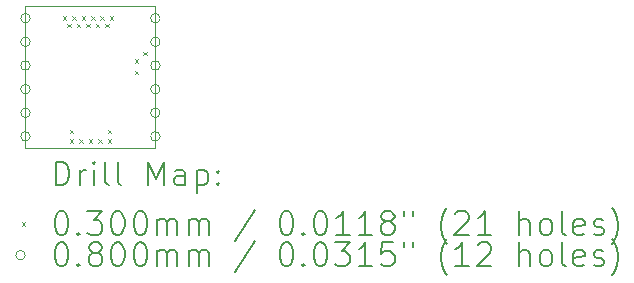
<source format=gbr>
%TF.GenerationSoftware,KiCad,Pcbnew,7.0.11*%
%TF.CreationDate,2024-12-11T11:32:52-03:00*%
%TF.ProjectId,Placa_SiPM,506c6163-615f-4536-9950-4d2e6b696361,rev?*%
%TF.SameCoordinates,Original*%
%TF.FileFunction,Drillmap*%
%TF.FilePolarity,Positive*%
%FSLAX45Y45*%
G04 Gerber Fmt 4.5, Leading zero omitted, Abs format (unit mm)*
G04 Created by KiCad (PCBNEW 7.0.11) date 2024-12-11 11:32:52*
%MOMM*%
%LPD*%
G01*
G04 APERTURE LIST*
%ADD10C,0.050000*%
%ADD11C,0.200000*%
%ADD12C,0.100000*%
G04 APERTURE END LIST*
D10*
X14500000Y-11700000D02*
X15600000Y-11700000D01*
X15600000Y-12900000D01*
X14500000Y-12900000D01*
X14500000Y-11700000D01*
D11*
D12*
X14815000Y-11785000D02*
X14845000Y-11815000D01*
X14845000Y-11785000D02*
X14815000Y-11815000D01*
X14855000Y-11845000D02*
X14885000Y-11875000D01*
X14885000Y-11845000D02*
X14855000Y-11875000D01*
X14875000Y-12745000D02*
X14905000Y-12775000D01*
X14905000Y-12745000D02*
X14875000Y-12775000D01*
X14875000Y-12825000D02*
X14905000Y-12855000D01*
X14905000Y-12825000D02*
X14875000Y-12855000D01*
X14895000Y-11785000D02*
X14925000Y-11815000D01*
X14925000Y-11785000D02*
X14895000Y-11815000D01*
X14935000Y-11845000D02*
X14965000Y-11875000D01*
X14965000Y-11845000D02*
X14935000Y-11875000D01*
X14955000Y-12825000D02*
X14985000Y-12855000D01*
X14985000Y-12825000D02*
X14955000Y-12855000D01*
X14975000Y-11785000D02*
X15005000Y-11815000D01*
X15005000Y-11785000D02*
X14975000Y-11815000D01*
X15015000Y-11845000D02*
X15045000Y-11875000D01*
X15045000Y-11845000D02*
X15015000Y-11875000D01*
X15035000Y-12825000D02*
X15065000Y-12855000D01*
X15065000Y-12825000D02*
X15035000Y-12855000D01*
X15055000Y-11785000D02*
X15085000Y-11815000D01*
X15085000Y-11785000D02*
X15055000Y-11815000D01*
X15095000Y-11845000D02*
X15125000Y-11875000D01*
X15125000Y-11845000D02*
X15095000Y-11875000D01*
X15115000Y-12825000D02*
X15145000Y-12855000D01*
X15145000Y-12825000D02*
X15115000Y-12855000D01*
X15135000Y-11785000D02*
X15165000Y-11815000D01*
X15165000Y-11785000D02*
X15135000Y-11815000D01*
X15175000Y-11845000D02*
X15205000Y-11875000D01*
X15205000Y-11845000D02*
X15175000Y-11875000D01*
X15195000Y-12745000D02*
X15225000Y-12775000D01*
X15225000Y-12745000D02*
X15195000Y-12775000D01*
X15195000Y-12825000D02*
X15225000Y-12855000D01*
X15225000Y-12825000D02*
X15195000Y-12855000D01*
X15215000Y-11785000D02*
X15245000Y-11815000D01*
X15245000Y-11785000D02*
X15215000Y-11815000D01*
X15425000Y-12145000D02*
X15455000Y-12175000D01*
X15455000Y-12145000D02*
X15425000Y-12175000D01*
X15425000Y-12245000D02*
X15455000Y-12275000D01*
X15455000Y-12245000D02*
X15425000Y-12275000D01*
X15495000Y-12085000D02*
X15525000Y-12115000D01*
X15525000Y-12085000D02*
X15495000Y-12115000D01*
X14540000Y-11800000D02*
G75*
G03*
X14460000Y-11800000I-40000J0D01*
G01*
X14460000Y-11800000D02*
G75*
G03*
X14540000Y-11800000I40000J0D01*
G01*
X14540000Y-12000000D02*
G75*
G03*
X14460000Y-12000000I-40000J0D01*
G01*
X14460000Y-12000000D02*
G75*
G03*
X14540000Y-12000000I40000J0D01*
G01*
X14540000Y-12200000D02*
G75*
G03*
X14460000Y-12200000I-40000J0D01*
G01*
X14460000Y-12200000D02*
G75*
G03*
X14540000Y-12200000I40000J0D01*
G01*
X14540000Y-12400000D02*
G75*
G03*
X14460000Y-12400000I-40000J0D01*
G01*
X14460000Y-12400000D02*
G75*
G03*
X14540000Y-12400000I40000J0D01*
G01*
X14540000Y-12600000D02*
G75*
G03*
X14460000Y-12600000I-40000J0D01*
G01*
X14460000Y-12600000D02*
G75*
G03*
X14540000Y-12600000I40000J0D01*
G01*
X14540000Y-12800000D02*
G75*
G03*
X14460000Y-12800000I-40000J0D01*
G01*
X14460000Y-12800000D02*
G75*
G03*
X14540000Y-12800000I40000J0D01*
G01*
X15640000Y-11800000D02*
G75*
G03*
X15560000Y-11800000I-40000J0D01*
G01*
X15560000Y-11800000D02*
G75*
G03*
X15640000Y-11800000I40000J0D01*
G01*
X15640000Y-12000000D02*
G75*
G03*
X15560000Y-12000000I-40000J0D01*
G01*
X15560000Y-12000000D02*
G75*
G03*
X15640000Y-12000000I40000J0D01*
G01*
X15640000Y-12200000D02*
G75*
G03*
X15560000Y-12200000I-40000J0D01*
G01*
X15560000Y-12200000D02*
G75*
G03*
X15640000Y-12200000I40000J0D01*
G01*
X15640000Y-12400000D02*
G75*
G03*
X15560000Y-12400000I-40000J0D01*
G01*
X15560000Y-12400000D02*
G75*
G03*
X15640000Y-12400000I40000J0D01*
G01*
X15640000Y-12600000D02*
G75*
G03*
X15560000Y-12600000I-40000J0D01*
G01*
X15560000Y-12600000D02*
G75*
G03*
X15640000Y-12600000I40000J0D01*
G01*
X15640000Y-12800000D02*
G75*
G03*
X15560000Y-12800000I-40000J0D01*
G01*
X15560000Y-12800000D02*
G75*
G03*
X15640000Y-12800000I40000J0D01*
G01*
D11*
X14758277Y-13213984D02*
X14758277Y-13013984D01*
X14758277Y-13013984D02*
X14805896Y-13013984D01*
X14805896Y-13013984D02*
X14834467Y-13023508D01*
X14834467Y-13023508D02*
X14853515Y-13042555D01*
X14853515Y-13042555D02*
X14863039Y-13061603D01*
X14863039Y-13061603D02*
X14872562Y-13099698D01*
X14872562Y-13099698D02*
X14872562Y-13128269D01*
X14872562Y-13128269D02*
X14863039Y-13166365D01*
X14863039Y-13166365D02*
X14853515Y-13185412D01*
X14853515Y-13185412D02*
X14834467Y-13204460D01*
X14834467Y-13204460D02*
X14805896Y-13213984D01*
X14805896Y-13213984D02*
X14758277Y-13213984D01*
X14958277Y-13213984D02*
X14958277Y-13080650D01*
X14958277Y-13118746D02*
X14967801Y-13099698D01*
X14967801Y-13099698D02*
X14977324Y-13090174D01*
X14977324Y-13090174D02*
X14996372Y-13080650D01*
X14996372Y-13080650D02*
X15015420Y-13080650D01*
X15082086Y-13213984D02*
X15082086Y-13080650D01*
X15082086Y-13013984D02*
X15072562Y-13023508D01*
X15072562Y-13023508D02*
X15082086Y-13033031D01*
X15082086Y-13033031D02*
X15091610Y-13023508D01*
X15091610Y-13023508D02*
X15082086Y-13013984D01*
X15082086Y-13013984D02*
X15082086Y-13033031D01*
X15205896Y-13213984D02*
X15186848Y-13204460D01*
X15186848Y-13204460D02*
X15177324Y-13185412D01*
X15177324Y-13185412D02*
X15177324Y-13013984D01*
X15310658Y-13213984D02*
X15291610Y-13204460D01*
X15291610Y-13204460D02*
X15282086Y-13185412D01*
X15282086Y-13185412D02*
X15282086Y-13013984D01*
X15539229Y-13213984D02*
X15539229Y-13013984D01*
X15539229Y-13013984D02*
X15605896Y-13156841D01*
X15605896Y-13156841D02*
X15672562Y-13013984D01*
X15672562Y-13013984D02*
X15672562Y-13213984D01*
X15853515Y-13213984D02*
X15853515Y-13109222D01*
X15853515Y-13109222D02*
X15843991Y-13090174D01*
X15843991Y-13090174D02*
X15824943Y-13080650D01*
X15824943Y-13080650D02*
X15786848Y-13080650D01*
X15786848Y-13080650D02*
X15767801Y-13090174D01*
X15853515Y-13204460D02*
X15834467Y-13213984D01*
X15834467Y-13213984D02*
X15786848Y-13213984D01*
X15786848Y-13213984D02*
X15767801Y-13204460D01*
X15767801Y-13204460D02*
X15758277Y-13185412D01*
X15758277Y-13185412D02*
X15758277Y-13166365D01*
X15758277Y-13166365D02*
X15767801Y-13147317D01*
X15767801Y-13147317D02*
X15786848Y-13137793D01*
X15786848Y-13137793D02*
X15834467Y-13137793D01*
X15834467Y-13137793D02*
X15853515Y-13128269D01*
X15948753Y-13080650D02*
X15948753Y-13280650D01*
X15948753Y-13090174D02*
X15967801Y-13080650D01*
X15967801Y-13080650D02*
X16005896Y-13080650D01*
X16005896Y-13080650D02*
X16024943Y-13090174D01*
X16024943Y-13090174D02*
X16034467Y-13099698D01*
X16034467Y-13099698D02*
X16043991Y-13118746D01*
X16043991Y-13118746D02*
X16043991Y-13175888D01*
X16043991Y-13175888D02*
X16034467Y-13194936D01*
X16034467Y-13194936D02*
X16024943Y-13204460D01*
X16024943Y-13204460D02*
X16005896Y-13213984D01*
X16005896Y-13213984D02*
X15967801Y-13213984D01*
X15967801Y-13213984D02*
X15948753Y-13204460D01*
X16129705Y-13194936D02*
X16139229Y-13204460D01*
X16139229Y-13204460D02*
X16129705Y-13213984D01*
X16129705Y-13213984D02*
X16120182Y-13204460D01*
X16120182Y-13204460D02*
X16129705Y-13194936D01*
X16129705Y-13194936D02*
X16129705Y-13213984D01*
X16129705Y-13090174D02*
X16139229Y-13099698D01*
X16139229Y-13099698D02*
X16129705Y-13109222D01*
X16129705Y-13109222D02*
X16120182Y-13099698D01*
X16120182Y-13099698D02*
X16129705Y-13090174D01*
X16129705Y-13090174D02*
X16129705Y-13109222D01*
D12*
X14467500Y-13527500D02*
X14497500Y-13557500D01*
X14497500Y-13527500D02*
X14467500Y-13557500D01*
D11*
X14796372Y-13433984D02*
X14815420Y-13433984D01*
X14815420Y-13433984D02*
X14834467Y-13443508D01*
X14834467Y-13443508D02*
X14843991Y-13453031D01*
X14843991Y-13453031D02*
X14853515Y-13472079D01*
X14853515Y-13472079D02*
X14863039Y-13510174D01*
X14863039Y-13510174D02*
X14863039Y-13557793D01*
X14863039Y-13557793D02*
X14853515Y-13595888D01*
X14853515Y-13595888D02*
X14843991Y-13614936D01*
X14843991Y-13614936D02*
X14834467Y-13624460D01*
X14834467Y-13624460D02*
X14815420Y-13633984D01*
X14815420Y-13633984D02*
X14796372Y-13633984D01*
X14796372Y-13633984D02*
X14777324Y-13624460D01*
X14777324Y-13624460D02*
X14767801Y-13614936D01*
X14767801Y-13614936D02*
X14758277Y-13595888D01*
X14758277Y-13595888D02*
X14748753Y-13557793D01*
X14748753Y-13557793D02*
X14748753Y-13510174D01*
X14748753Y-13510174D02*
X14758277Y-13472079D01*
X14758277Y-13472079D02*
X14767801Y-13453031D01*
X14767801Y-13453031D02*
X14777324Y-13443508D01*
X14777324Y-13443508D02*
X14796372Y-13433984D01*
X14948753Y-13614936D02*
X14958277Y-13624460D01*
X14958277Y-13624460D02*
X14948753Y-13633984D01*
X14948753Y-13633984D02*
X14939229Y-13624460D01*
X14939229Y-13624460D02*
X14948753Y-13614936D01*
X14948753Y-13614936D02*
X14948753Y-13633984D01*
X15024943Y-13433984D02*
X15148753Y-13433984D01*
X15148753Y-13433984D02*
X15082086Y-13510174D01*
X15082086Y-13510174D02*
X15110658Y-13510174D01*
X15110658Y-13510174D02*
X15129705Y-13519698D01*
X15129705Y-13519698D02*
X15139229Y-13529222D01*
X15139229Y-13529222D02*
X15148753Y-13548269D01*
X15148753Y-13548269D02*
X15148753Y-13595888D01*
X15148753Y-13595888D02*
X15139229Y-13614936D01*
X15139229Y-13614936D02*
X15129705Y-13624460D01*
X15129705Y-13624460D02*
X15110658Y-13633984D01*
X15110658Y-13633984D02*
X15053515Y-13633984D01*
X15053515Y-13633984D02*
X15034467Y-13624460D01*
X15034467Y-13624460D02*
X15024943Y-13614936D01*
X15272562Y-13433984D02*
X15291610Y-13433984D01*
X15291610Y-13433984D02*
X15310658Y-13443508D01*
X15310658Y-13443508D02*
X15320182Y-13453031D01*
X15320182Y-13453031D02*
X15329705Y-13472079D01*
X15329705Y-13472079D02*
X15339229Y-13510174D01*
X15339229Y-13510174D02*
X15339229Y-13557793D01*
X15339229Y-13557793D02*
X15329705Y-13595888D01*
X15329705Y-13595888D02*
X15320182Y-13614936D01*
X15320182Y-13614936D02*
X15310658Y-13624460D01*
X15310658Y-13624460D02*
X15291610Y-13633984D01*
X15291610Y-13633984D02*
X15272562Y-13633984D01*
X15272562Y-13633984D02*
X15253515Y-13624460D01*
X15253515Y-13624460D02*
X15243991Y-13614936D01*
X15243991Y-13614936D02*
X15234467Y-13595888D01*
X15234467Y-13595888D02*
X15224943Y-13557793D01*
X15224943Y-13557793D02*
X15224943Y-13510174D01*
X15224943Y-13510174D02*
X15234467Y-13472079D01*
X15234467Y-13472079D02*
X15243991Y-13453031D01*
X15243991Y-13453031D02*
X15253515Y-13443508D01*
X15253515Y-13443508D02*
X15272562Y-13433984D01*
X15463039Y-13433984D02*
X15482086Y-13433984D01*
X15482086Y-13433984D02*
X15501134Y-13443508D01*
X15501134Y-13443508D02*
X15510658Y-13453031D01*
X15510658Y-13453031D02*
X15520182Y-13472079D01*
X15520182Y-13472079D02*
X15529705Y-13510174D01*
X15529705Y-13510174D02*
X15529705Y-13557793D01*
X15529705Y-13557793D02*
X15520182Y-13595888D01*
X15520182Y-13595888D02*
X15510658Y-13614936D01*
X15510658Y-13614936D02*
X15501134Y-13624460D01*
X15501134Y-13624460D02*
X15482086Y-13633984D01*
X15482086Y-13633984D02*
X15463039Y-13633984D01*
X15463039Y-13633984D02*
X15443991Y-13624460D01*
X15443991Y-13624460D02*
X15434467Y-13614936D01*
X15434467Y-13614936D02*
X15424943Y-13595888D01*
X15424943Y-13595888D02*
X15415420Y-13557793D01*
X15415420Y-13557793D02*
X15415420Y-13510174D01*
X15415420Y-13510174D02*
X15424943Y-13472079D01*
X15424943Y-13472079D02*
X15434467Y-13453031D01*
X15434467Y-13453031D02*
X15443991Y-13443508D01*
X15443991Y-13443508D02*
X15463039Y-13433984D01*
X15615420Y-13633984D02*
X15615420Y-13500650D01*
X15615420Y-13519698D02*
X15624943Y-13510174D01*
X15624943Y-13510174D02*
X15643991Y-13500650D01*
X15643991Y-13500650D02*
X15672563Y-13500650D01*
X15672563Y-13500650D02*
X15691610Y-13510174D01*
X15691610Y-13510174D02*
X15701134Y-13529222D01*
X15701134Y-13529222D02*
X15701134Y-13633984D01*
X15701134Y-13529222D02*
X15710658Y-13510174D01*
X15710658Y-13510174D02*
X15729705Y-13500650D01*
X15729705Y-13500650D02*
X15758277Y-13500650D01*
X15758277Y-13500650D02*
X15777324Y-13510174D01*
X15777324Y-13510174D02*
X15786848Y-13529222D01*
X15786848Y-13529222D02*
X15786848Y-13633984D01*
X15882086Y-13633984D02*
X15882086Y-13500650D01*
X15882086Y-13519698D02*
X15891610Y-13510174D01*
X15891610Y-13510174D02*
X15910658Y-13500650D01*
X15910658Y-13500650D02*
X15939229Y-13500650D01*
X15939229Y-13500650D02*
X15958277Y-13510174D01*
X15958277Y-13510174D02*
X15967801Y-13529222D01*
X15967801Y-13529222D02*
X15967801Y-13633984D01*
X15967801Y-13529222D02*
X15977324Y-13510174D01*
X15977324Y-13510174D02*
X15996372Y-13500650D01*
X15996372Y-13500650D02*
X16024943Y-13500650D01*
X16024943Y-13500650D02*
X16043991Y-13510174D01*
X16043991Y-13510174D02*
X16053515Y-13529222D01*
X16053515Y-13529222D02*
X16053515Y-13633984D01*
X16443991Y-13424460D02*
X16272563Y-13681603D01*
X16701134Y-13433984D02*
X16720182Y-13433984D01*
X16720182Y-13433984D02*
X16739229Y-13443508D01*
X16739229Y-13443508D02*
X16748753Y-13453031D01*
X16748753Y-13453031D02*
X16758277Y-13472079D01*
X16758277Y-13472079D02*
X16767801Y-13510174D01*
X16767801Y-13510174D02*
X16767801Y-13557793D01*
X16767801Y-13557793D02*
X16758277Y-13595888D01*
X16758277Y-13595888D02*
X16748753Y-13614936D01*
X16748753Y-13614936D02*
X16739229Y-13624460D01*
X16739229Y-13624460D02*
X16720182Y-13633984D01*
X16720182Y-13633984D02*
X16701134Y-13633984D01*
X16701134Y-13633984D02*
X16682086Y-13624460D01*
X16682086Y-13624460D02*
X16672563Y-13614936D01*
X16672563Y-13614936D02*
X16663039Y-13595888D01*
X16663039Y-13595888D02*
X16653515Y-13557793D01*
X16653515Y-13557793D02*
X16653515Y-13510174D01*
X16653515Y-13510174D02*
X16663039Y-13472079D01*
X16663039Y-13472079D02*
X16672563Y-13453031D01*
X16672563Y-13453031D02*
X16682086Y-13443508D01*
X16682086Y-13443508D02*
X16701134Y-13433984D01*
X16853515Y-13614936D02*
X16863039Y-13624460D01*
X16863039Y-13624460D02*
X16853515Y-13633984D01*
X16853515Y-13633984D02*
X16843991Y-13624460D01*
X16843991Y-13624460D02*
X16853515Y-13614936D01*
X16853515Y-13614936D02*
X16853515Y-13633984D01*
X16986848Y-13433984D02*
X17005896Y-13433984D01*
X17005896Y-13433984D02*
X17024944Y-13443508D01*
X17024944Y-13443508D02*
X17034468Y-13453031D01*
X17034468Y-13453031D02*
X17043991Y-13472079D01*
X17043991Y-13472079D02*
X17053515Y-13510174D01*
X17053515Y-13510174D02*
X17053515Y-13557793D01*
X17053515Y-13557793D02*
X17043991Y-13595888D01*
X17043991Y-13595888D02*
X17034468Y-13614936D01*
X17034468Y-13614936D02*
X17024944Y-13624460D01*
X17024944Y-13624460D02*
X17005896Y-13633984D01*
X17005896Y-13633984D02*
X16986848Y-13633984D01*
X16986848Y-13633984D02*
X16967801Y-13624460D01*
X16967801Y-13624460D02*
X16958277Y-13614936D01*
X16958277Y-13614936D02*
X16948753Y-13595888D01*
X16948753Y-13595888D02*
X16939229Y-13557793D01*
X16939229Y-13557793D02*
X16939229Y-13510174D01*
X16939229Y-13510174D02*
X16948753Y-13472079D01*
X16948753Y-13472079D02*
X16958277Y-13453031D01*
X16958277Y-13453031D02*
X16967801Y-13443508D01*
X16967801Y-13443508D02*
X16986848Y-13433984D01*
X17243991Y-13633984D02*
X17129706Y-13633984D01*
X17186848Y-13633984D02*
X17186848Y-13433984D01*
X17186848Y-13433984D02*
X17167801Y-13462555D01*
X17167801Y-13462555D02*
X17148753Y-13481603D01*
X17148753Y-13481603D02*
X17129706Y-13491127D01*
X17434468Y-13633984D02*
X17320182Y-13633984D01*
X17377325Y-13633984D02*
X17377325Y-13433984D01*
X17377325Y-13433984D02*
X17358277Y-13462555D01*
X17358277Y-13462555D02*
X17339229Y-13481603D01*
X17339229Y-13481603D02*
X17320182Y-13491127D01*
X17548753Y-13519698D02*
X17529706Y-13510174D01*
X17529706Y-13510174D02*
X17520182Y-13500650D01*
X17520182Y-13500650D02*
X17510658Y-13481603D01*
X17510658Y-13481603D02*
X17510658Y-13472079D01*
X17510658Y-13472079D02*
X17520182Y-13453031D01*
X17520182Y-13453031D02*
X17529706Y-13443508D01*
X17529706Y-13443508D02*
X17548753Y-13433984D01*
X17548753Y-13433984D02*
X17586849Y-13433984D01*
X17586849Y-13433984D02*
X17605896Y-13443508D01*
X17605896Y-13443508D02*
X17615420Y-13453031D01*
X17615420Y-13453031D02*
X17624944Y-13472079D01*
X17624944Y-13472079D02*
X17624944Y-13481603D01*
X17624944Y-13481603D02*
X17615420Y-13500650D01*
X17615420Y-13500650D02*
X17605896Y-13510174D01*
X17605896Y-13510174D02*
X17586849Y-13519698D01*
X17586849Y-13519698D02*
X17548753Y-13519698D01*
X17548753Y-13519698D02*
X17529706Y-13529222D01*
X17529706Y-13529222D02*
X17520182Y-13538746D01*
X17520182Y-13538746D02*
X17510658Y-13557793D01*
X17510658Y-13557793D02*
X17510658Y-13595888D01*
X17510658Y-13595888D02*
X17520182Y-13614936D01*
X17520182Y-13614936D02*
X17529706Y-13624460D01*
X17529706Y-13624460D02*
X17548753Y-13633984D01*
X17548753Y-13633984D02*
X17586849Y-13633984D01*
X17586849Y-13633984D02*
X17605896Y-13624460D01*
X17605896Y-13624460D02*
X17615420Y-13614936D01*
X17615420Y-13614936D02*
X17624944Y-13595888D01*
X17624944Y-13595888D02*
X17624944Y-13557793D01*
X17624944Y-13557793D02*
X17615420Y-13538746D01*
X17615420Y-13538746D02*
X17605896Y-13529222D01*
X17605896Y-13529222D02*
X17586849Y-13519698D01*
X17701134Y-13433984D02*
X17701134Y-13472079D01*
X17777325Y-13433984D02*
X17777325Y-13472079D01*
X18072563Y-13710174D02*
X18063039Y-13700650D01*
X18063039Y-13700650D02*
X18043991Y-13672079D01*
X18043991Y-13672079D02*
X18034468Y-13653031D01*
X18034468Y-13653031D02*
X18024944Y-13624460D01*
X18024944Y-13624460D02*
X18015420Y-13576841D01*
X18015420Y-13576841D02*
X18015420Y-13538746D01*
X18015420Y-13538746D02*
X18024944Y-13491127D01*
X18024944Y-13491127D02*
X18034468Y-13462555D01*
X18034468Y-13462555D02*
X18043991Y-13443508D01*
X18043991Y-13443508D02*
X18063039Y-13414936D01*
X18063039Y-13414936D02*
X18072563Y-13405412D01*
X18139230Y-13453031D02*
X18148753Y-13443508D01*
X18148753Y-13443508D02*
X18167801Y-13433984D01*
X18167801Y-13433984D02*
X18215420Y-13433984D01*
X18215420Y-13433984D02*
X18234468Y-13443508D01*
X18234468Y-13443508D02*
X18243991Y-13453031D01*
X18243991Y-13453031D02*
X18253515Y-13472079D01*
X18253515Y-13472079D02*
X18253515Y-13491127D01*
X18253515Y-13491127D02*
X18243991Y-13519698D01*
X18243991Y-13519698D02*
X18129706Y-13633984D01*
X18129706Y-13633984D02*
X18253515Y-13633984D01*
X18443991Y-13633984D02*
X18329706Y-13633984D01*
X18386849Y-13633984D02*
X18386849Y-13433984D01*
X18386849Y-13433984D02*
X18367801Y-13462555D01*
X18367801Y-13462555D02*
X18348753Y-13481603D01*
X18348753Y-13481603D02*
X18329706Y-13491127D01*
X18682087Y-13633984D02*
X18682087Y-13433984D01*
X18767801Y-13633984D02*
X18767801Y-13529222D01*
X18767801Y-13529222D02*
X18758277Y-13510174D01*
X18758277Y-13510174D02*
X18739230Y-13500650D01*
X18739230Y-13500650D02*
X18710658Y-13500650D01*
X18710658Y-13500650D02*
X18691611Y-13510174D01*
X18691611Y-13510174D02*
X18682087Y-13519698D01*
X18891611Y-13633984D02*
X18872563Y-13624460D01*
X18872563Y-13624460D02*
X18863039Y-13614936D01*
X18863039Y-13614936D02*
X18853515Y-13595888D01*
X18853515Y-13595888D02*
X18853515Y-13538746D01*
X18853515Y-13538746D02*
X18863039Y-13519698D01*
X18863039Y-13519698D02*
X18872563Y-13510174D01*
X18872563Y-13510174D02*
X18891611Y-13500650D01*
X18891611Y-13500650D02*
X18920182Y-13500650D01*
X18920182Y-13500650D02*
X18939230Y-13510174D01*
X18939230Y-13510174D02*
X18948753Y-13519698D01*
X18948753Y-13519698D02*
X18958277Y-13538746D01*
X18958277Y-13538746D02*
X18958277Y-13595888D01*
X18958277Y-13595888D02*
X18948753Y-13614936D01*
X18948753Y-13614936D02*
X18939230Y-13624460D01*
X18939230Y-13624460D02*
X18920182Y-13633984D01*
X18920182Y-13633984D02*
X18891611Y-13633984D01*
X19072563Y-13633984D02*
X19053515Y-13624460D01*
X19053515Y-13624460D02*
X19043992Y-13605412D01*
X19043992Y-13605412D02*
X19043992Y-13433984D01*
X19224944Y-13624460D02*
X19205896Y-13633984D01*
X19205896Y-13633984D02*
X19167801Y-13633984D01*
X19167801Y-13633984D02*
X19148753Y-13624460D01*
X19148753Y-13624460D02*
X19139230Y-13605412D01*
X19139230Y-13605412D02*
X19139230Y-13529222D01*
X19139230Y-13529222D02*
X19148753Y-13510174D01*
X19148753Y-13510174D02*
X19167801Y-13500650D01*
X19167801Y-13500650D02*
X19205896Y-13500650D01*
X19205896Y-13500650D02*
X19224944Y-13510174D01*
X19224944Y-13510174D02*
X19234468Y-13529222D01*
X19234468Y-13529222D02*
X19234468Y-13548269D01*
X19234468Y-13548269D02*
X19139230Y-13567317D01*
X19310658Y-13624460D02*
X19329706Y-13633984D01*
X19329706Y-13633984D02*
X19367801Y-13633984D01*
X19367801Y-13633984D02*
X19386849Y-13624460D01*
X19386849Y-13624460D02*
X19396373Y-13605412D01*
X19396373Y-13605412D02*
X19396373Y-13595888D01*
X19396373Y-13595888D02*
X19386849Y-13576841D01*
X19386849Y-13576841D02*
X19367801Y-13567317D01*
X19367801Y-13567317D02*
X19339230Y-13567317D01*
X19339230Y-13567317D02*
X19320182Y-13557793D01*
X19320182Y-13557793D02*
X19310658Y-13538746D01*
X19310658Y-13538746D02*
X19310658Y-13529222D01*
X19310658Y-13529222D02*
X19320182Y-13510174D01*
X19320182Y-13510174D02*
X19339230Y-13500650D01*
X19339230Y-13500650D02*
X19367801Y-13500650D01*
X19367801Y-13500650D02*
X19386849Y-13510174D01*
X19463039Y-13710174D02*
X19472563Y-13700650D01*
X19472563Y-13700650D02*
X19491611Y-13672079D01*
X19491611Y-13672079D02*
X19501134Y-13653031D01*
X19501134Y-13653031D02*
X19510658Y-13624460D01*
X19510658Y-13624460D02*
X19520182Y-13576841D01*
X19520182Y-13576841D02*
X19520182Y-13538746D01*
X19520182Y-13538746D02*
X19510658Y-13491127D01*
X19510658Y-13491127D02*
X19501134Y-13462555D01*
X19501134Y-13462555D02*
X19491611Y-13443508D01*
X19491611Y-13443508D02*
X19472563Y-13414936D01*
X19472563Y-13414936D02*
X19463039Y-13405412D01*
D12*
X14497500Y-13806500D02*
G75*
G03*
X14417500Y-13806500I-40000J0D01*
G01*
X14417500Y-13806500D02*
G75*
G03*
X14497500Y-13806500I40000J0D01*
G01*
D11*
X14796372Y-13697984D02*
X14815420Y-13697984D01*
X14815420Y-13697984D02*
X14834467Y-13707508D01*
X14834467Y-13707508D02*
X14843991Y-13717031D01*
X14843991Y-13717031D02*
X14853515Y-13736079D01*
X14853515Y-13736079D02*
X14863039Y-13774174D01*
X14863039Y-13774174D02*
X14863039Y-13821793D01*
X14863039Y-13821793D02*
X14853515Y-13859888D01*
X14853515Y-13859888D02*
X14843991Y-13878936D01*
X14843991Y-13878936D02*
X14834467Y-13888460D01*
X14834467Y-13888460D02*
X14815420Y-13897984D01*
X14815420Y-13897984D02*
X14796372Y-13897984D01*
X14796372Y-13897984D02*
X14777324Y-13888460D01*
X14777324Y-13888460D02*
X14767801Y-13878936D01*
X14767801Y-13878936D02*
X14758277Y-13859888D01*
X14758277Y-13859888D02*
X14748753Y-13821793D01*
X14748753Y-13821793D02*
X14748753Y-13774174D01*
X14748753Y-13774174D02*
X14758277Y-13736079D01*
X14758277Y-13736079D02*
X14767801Y-13717031D01*
X14767801Y-13717031D02*
X14777324Y-13707508D01*
X14777324Y-13707508D02*
X14796372Y-13697984D01*
X14948753Y-13878936D02*
X14958277Y-13888460D01*
X14958277Y-13888460D02*
X14948753Y-13897984D01*
X14948753Y-13897984D02*
X14939229Y-13888460D01*
X14939229Y-13888460D02*
X14948753Y-13878936D01*
X14948753Y-13878936D02*
X14948753Y-13897984D01*
X15072562Y-13783698D02*
X15053515Y-13774174D01*
X15053515Y-13774174D02*
X15043991Y-13764650D01*
X15043991Y-13764650D02*
X15034467Y-13745603D01*
X15034467Y-13745603D02*
X15034467Y-13736079D01*
X15034467Y-13736079D02*
X15043991Y-13717031D01*
X15043991Y-13717031D02*
X15053515Y-13707508D01*
X15053515Y-13707508D02*
X15072562Y-13697984D01*
X15072562Y-13697984D02*
X15110658Y-13697984D01*
X15110658Y-13697984D02*
X15129705Y-13707508D01*
X15129705Y-13707508D02*
X15139229Y-13717031D01*
X15139229Y-13717031D02*
X15148753Y-13736079D01*
X15148753Y-13736079D02*
X15148753Y-13745603D01*
X15148753Y-13745603D02*
X15139229Y-13764650D01*
X15139229Y-13764650D02*
X15129705Y-13774174D01*
X15129705Y-13774174D02*
X15110658Y-13783698D01*
X15110658Y-13783698D02*
X15072562Y-13783698D01*
X15072562Y-13783698D02*
X15053515Y-13793222D01*
X15053515Y-13793222D02*
X15043991Y-13802746D01*
X15043991Y-13802746D02*
X15034467Y-13821793D01*
X15034467Y-13821793D02*
X15034467Y-13859888D01*
X15034467Y-13859888D02*
X15043991Y-13878936D01*
X15043991Y-13878936D02*
X15053515Y-13888460D01*
X15053515Y-13888460D02*
X15072562Y-13897984D01*
X15072562Y-13897984D02*
X15110658Y-13897984D01*
X15110658Y-13897984D02*
X15129705Y-13888460D01*
X15129705Y-13888460D02*
X15139229Y-13878936D01*
X15139229Y-13878936D02*
X15148753Y-13859888D01*
X15148753Y-13859888D02*
X15148753Y-13821793D01*
X15148753Y-13821793D02*
X15139229Y-13802746D01*
X15139229Y-13802746D02*
X15129705Y-13793222D01*
X15129705Y-13793222D02*
X15110658Y-13783698D01*
X15272562Y-13697984D02*
X15291610Y-13697984D01*
X15291610Y-13697984D02*
X15310658Y-13707508D01*
X15310658Y-13707508D02*
X15320182Y-13717031D01*
X15320182Y-13717031D02*
X15329705Y-13736079D01*
X15329705Y-13736079D02*
X15339229Y-13774174D01*
X15339229Y-13774174D02*
X15339229Y-13821793D01*
X15339229Y-13821793D02*
X15329705Y-13859888D01*
X15329705Y-13859888D02*
X15320182Y-13878936D01*
X15320182Y-13878936D02*
X15310658Y-13888460D01*
X15310658Y-13888460D02*
X15291610Y-13897984D01*
X15291610Y-13897984D02*
X15272562Y-13897984D01*
X15272562Y-13897984D02*
X15253515Y-13888460D01*
X15253515Y-13888460D02*
X15243991Y-13878936D01*
X15243991Y-13878936D02*
X15234467Y-13859888D01*
X15234467Y-13859888D02*
X15224943Y-13821793D01*
X15224943Y-13821793D02*
X15224943Y-13774174D01*
X15224943Y-13774174D02*
X15234467Y-13736079D01*
X15234467Y-13736079D02*
X15243991Y-13717031D01*
X15243991Y-13717031D02*
X15253515Y-13707508D01*
X15253515Y-13707508D02*
X15272562Y-13697984D01*
X15463039Y-13697984D02*
X15482086Y-13697984D01*
X15482086Y-13697984D02*
X15501134Y-13707508D01*
X15501134Y-13707508D02*
X15510658Y-13717031D01*
X15510658Y-13717031D02*
X15520182Y-13736079D01*
X15520182Y-13736079D02*
X15529705Y-13774174D01*
X15529705Y-13774174D02*
X15529705Y-13821793D01*
X15529705Y-13821793D02*
X15520182Y-13859888D01*
X15520182Y-13859888D02*
X15510658Y-13878936D01*
X15510658Y-13878936D02*
X15501134Y-13888460D01*
X15501134Y-13888460D02*
X15482086Y-13897984D01*
X15482086Y-13897984D02*
X15463039Y-13897984D01*
X15463039Y-13897984D02*
X15443991Y-13888460D01*
X15443991Y-13888460D02*
X15434467Y-13878936D01*
X15434467Y-13878936D02*
X15424943Y-13859888D01*
X15424943Y-13859888D02*
X15415420Y-13821793D01*
X15415420Y-13821793D02*
X15415420Y-13774174D01*
X15415420Y-13774174D02*
X15424943Y-13736079D01*
X15424943Y-13736079D02*
X15434467Y-13717031D01*
X15434467Y-13717031D02*
X15443991Y-13707508D01*
X15443991Y-13707508D02*
X15463039Y-13697984D01*
X15615420Y-13897984D02*
X15615420Y-13764650D01*
X15615420Y-13783698D02*
X15624943Y-13774174D01*
X15624943Y-13774174D02*
X15643991Y-13764650D01*
X15643991Y-13764650D02*
X15672563Y-13764650D01*
X15672563Y-13764650D02*
X15691610Y-13774174D01*
X15691610Y-13774174D02*
X15701134Y-13793222D01*
X15701134Y-13793222D02*
X15701134Y-13897984D01*
X15701134Y-13793222D02*
X15710658Y-13774174D01*
X15710658Y-13774174D02*
X15729705Y-13764650D01*
X15729705Y-13764650D02*
X15758277Y-13764650D01*
X15758277Y-13764650D02*
X15777324Y-13774174D01*
X15777324Y-13774174D02*
X15786848Y-13793222D01*
X15786848Y-13793222D02*
X15786848Y-13897984D01*
X15882086Y-13897984D02*
X15882086Y-13764650D01*
X15882086Y-13783698D02*
X15891610Y-13774174D01*
X15891610Y-13774174D02*
X15910658Y-13764650D01*
X15910658Y-13764650D02*
X15939229Y-13764650D01*
X15939229Y-13764650D02*
X15958277Y-13774174D01*
X15958277Y-13774174D02*
X15967801Y-13793222D01*
X15967801Y-13793222D02*
X15967801Y-13897984D01*
X15967801Y-13793222D02*
X15977324Y-13774174D01*
X15977324Y-13774174D02*
X15996372Y-13764650D01*
X15996372Y-13764650D02*
X16024943Y-13764650D01*
X16024943Y-13764650D02*
X16043991Y-13774174D01*
X16043991Y-13774174D02*
X16053515Y-13793222D01*
X16053515Y-13793222D02*
X16053515Y-13897984D01*
X16443991Y-13688460D02*
X16272563Y-13945603D01*
X16701134Y-13697984D02*
X16720182Y-13697984D01*
X16720182Y-13697984D02*
X16739229Y-13707508D01*
X16739229Y-13707508D02*
X16748753Y-13717031D01*
X16748753Y-13717031D02*
X16758277Y-13736079D01*
X16758277Y-13736079D02*
X16767801Y-13774174D01*
X16767801Y-13774174D02*
X16767801Y-13821793D01*
X16767801Y-13821793D02*
X16758277Y-13859888D01*
X16758277Y-13859888D02*
X16748753Y-13878936D01*
X16748753Y-13878936D02*
X16739229Y-13888460D01*
X16739229Y-13888460D02*
X16720182Y-13897984D01*
X16720182Y-13897984D02*
X16701134Y-13897984D01*
X16701134Y-13897984D02*
X16682086Y-13888460D01*
X16682086Y-13888460D02*
X16672563Y-13878936D01*
X16672563Y-13878936D02*
X16663039Y-13859888D01*
X16663039Y-13859888D02*
X16653515Y-13821793D01*
X16653515Y-13821793D02*
X16653515Y-13774174D01*
X16653515Y-13774174D02*
X16663039Y-13736079D01*
X16663039Y-13736079D02*
X16672563Y-13717031D01*
X16672563Y-13717031D02*
X16682086Y-13707508D01*
X16682086Y-13707508D02*
X16701134Y-13697984D01*
X16853515Y-13878936D02*
X16863039Y-13888460D01*
X16863039Y-13888460D02*
X16853515Y-13897984D01*
X16853515Y-13897984D02*
X16843991Y-13888460D01*
X16843991Y-13888460D02*
X16853515Y-13878936D01*
X16853515Y-13878936D02*
X16853515Y-13897984D01*
X16986848Y-13697984D02*
X17005896Y-13697984D01*
X17005896Y-13697984D02*
X17024944Y-13707508D01*
X17024944Y-13707508D02*
X17034468Y-13717031D01*
X17034468Y-13717031D02*
X17043991Y-13736079D01*
X17043991Y-13736079D02*
X17053515Y-13774174D01*
X17053515Y-13774174D02*
X17053515Y-13821793D01*
X17053515Y-13821793D02*
X17043991Y-13859888D01*
X17043991Y-13859888D02*
X17034468Y-13878936D01*
X17034468Y-13878936D02*
X17024944Y-13888460D01*
X17024944Y-13888460D02*
X17005896Y-13897984D01*
X17005896Y-13897984D02*
X16986848Y-13897984D01*
X16986848Y-13897984D02*
X16967801Y-13888460D01*
X16967801Y-13888460D02*
X16958277Y-13878936D01*
X16958277Y-13878936D02*
X16948753Y-13859888D01*
X16948753Y-13859888D02*
X16939229Y-13821793D01*
X16939229Y-13821793D02*
X16939229Y-13774174D01*
X16939229Y-13774174D02*
X16948753Y-13736079D01*
X16948753Y-13736079D02*
X16958277Y-13717031D01*
X16958277Y-13717031D02*
X16967801Y-13707508D01*
X16967801Y-13707508D02*
X16986848Y-13697984D01*
X17120182Y-13697984D02*
X17243991Y-13697984D01*
X17243991Y-13697984D02*
X17177325Y-13774174D01*
X17177325Y-13774174D02*
X17205896Y-13774174D01*
X17205896Y-13774174D02*
X17224944Y-13783698D01*
X17224944Y-13783698D02*
X17234468Y-13793222D01*
X17234468Y-13793222D02*
X17243991Y-13812269D01*
X17243991Y-13812269D02*
X17243991Y-13859888D01*
X17243991Y-13859888D02*
X17234468Y-13878936D01*
X17234468Y-13878936D02*
X17224944Y-13888460D01*
X17224944Y-13888460D02*
X17205896Y-13897984D01*
X17205896Y-13897984D02*
X17148753Y-13897984D01*
X17148753Y-13897984D02*
X17129706Y-13888460D01*
X17129706Y-13888460D02*
X17120182Y-13878936D01*
X17434468Y-13897984D02*
X17320182Y-13897984D01*
X17377325Y-13897984D02*
X17377325Y-13697984D01*
X17377325Y-13697984D02*
X17358277Y-13726555D01*
X17358277Y-13726555D02*
X17339229Y-13745603D01*
X17339229Y-13745603D02*
X17320182Y-13755127D01*
X17615420Y-13697984D02*
X17520182Y-13697984D01*
X17520182Y-13697984D02*
X17510658Y-13793222D01*
X17510658Y-13793222D02*
X17520182Y-13783698D01*
X17520182Y-13783698D02*
X17539229Y-13774174D01*
X17539229Y-13774174D02*
X17586849Y-13774174D01*
X17586849Y-13774174D02*
X17605896Y-13783698D01*
X17605896Y-13783698D02*
X17615420Y-13793222D01*
X17615420Y-13793222D02*
X17624944Y-13812269D01*
X17624944Y-13812269D02*
X17624944Y-13859888D01*
X17624944Y-13859888D02*
X17615420Y-13878936D01*
X17615420Y-13878936D02*
X17605896Y-13888460D01*
X17605896Y-13888460D02*
X17586849Y-13897984D01*
X17586849Y-13897984D02*
X17539229Y-13897984D01*
X17539229Y-13897984D02*
X17520182Y-13888460D01*
X17520182Y-13888460D02*
X17510658Y-13878936D01*
X17701134Y-13697984D02*
X17701134Y-13736079D01*
X17777325Y-13697984D02*
X17777325Y-13736079D01*
X18072563Y-13974174D02*
X18063039Y-13964650D01*
X18063039Y-13964650D02*
X18043991Y-13936079D01*
X18043991Y-13936079D02*
X18034468Y-13917031D01*
X18034468Y-13917031D02*
X18024944Y-13888460D01*
X18024944Y-13888460D02*
X18015420Y-13840841D01*
X18015420Y-13840841D02*
X18015420Y-13802746D01*
X18015420Y-13802746D02*
X18024944Y-13755127D01*
X18024944Y-13755127D02*
X18034468Y-13726555D01*
X18034468Y-13726555D02*
X18043991Y-13707508D01*
X18043991Y-13707508D02*
X18063039Y-13678936D01*
X18063039Y-13678936D02*
X18072563Y-13669412D01*
X18253515Y-13897984D02*
X18139230Y-13897984D01*
X18196372Y-13897984D02*
X18196372Y-13697984D01*
X18196372Y-13697984D02*
X18177325Y-13726555D01*
X18177325Y-13726555D02*
X18158277Y-13745603D01*
X18158277Y-13745603D02*
X18139230Y-13755127D01*
X18329706Y-13717031D02*
X18339230Y-13707508D01*
X18339230Y-13707508D02*
X18358277Y-13697984D01*
X18358277Y-13697984D02*
X18405896Y-13697984D01*
X18405896Y-13697984D02*
X18424944Y-13707508D01*
X18424944Y-13707508D02*
X18434468Y-13717031D01*
X18434468Y-13717031D02*
X18443991Y-13736079D01*
X18443991Y-13736079D02*
X18443991Y-13755127D01*
X18443991Y-13755127D02*
X18434468Y-13783698D01*
X18434468Y-13783698D02*
X18320182Y-13897984D01*
X18320182Y-13897984D02*
X18443991Y-13897984D01*
X18682087Y-13897984D02*
X18682087Y-13697984D01*
X18767801Y-13897984D02*
X18767801Y-13793222D01*
X18767801Y-13793222D02*
X18758277Y-13774174D01*
X18758277Y-13774174D02*
X18739230Y-13764650D01*
X18739230Y-13764650D02*
X18710658Y-13764650D01*
X18710658Y-13764650D02*
X18691611Y-13774174D01*
X18691611Y-13774174D02*
X18682087Y-13783698D01*
X18891611Y-13897984D02*
X18872563Y-13888460D01*
X18872563Y-13888460D02*
X18863039Y-13878936D01*
X18863039Y-13878936D02*
X18853515Y-13859888D01*
X18853515Y-13859888D02*
X18853515Y-13802746D01*
X18853515Y-13802746D02*
X18863039Y-13783698D01*
X18863039Y-13783698D02*
X18872563Y-13774174D01*
X18872563Y-13774174D02*
X18891611Y-13764650D01*
X18891611Y-13764650D02*
X18920182Y-13764650D01*
X18920182Y-13764650D02*
X18939230Y-13774174D01*
X18939230Y-13774174D02*
X18948753Y-13783698D01*
X18948753Y-13783698D02*
X18958277Y-13802746D01*
X18958277Y-13802746D02*
X18958277Y-13859888D01*
X18958277Y-13859888D02*
X18948753Y-13878936D01*
X18948753Y-13878936D02*
X18939230Y-13888460D01*
X18939230Y-13888460D02*
X18920182Y-13897984D01*
X18920182Y-13897984D02*
X18891611Y-13897984D01*
X19072563Y-13897984D02*
X19053515Y-13888460D01*
X19053515Y-13888460D02*
X19043992Y-13869412D01*
X19043992Y-13869412D02*
X19043992Y-13697984D01*
X19224944Y-13888460D02*
X19205896Y-13897984D01*
X19205896Y-13897984D02*
X19167801Y-13897984D01*
X19167801Y-13897984D02*
X19148753Y-13888460D01*
X19148753Y-13888460D02*
X19139230Y-13869412D01*
X19139230Y-13869412D02*
X19139230Y-13793222D01*
X19139230Y-13793222D02*
X19148753Y-13774174D01*
X19148753Y-13774174D02*
X19167801Y-13764650D01*
X19167801Y-13764650D02*
X19205896Y-13764650D01*
X19205896Y-13764650D02*
X19224944Y-13774174D01*
X19224944Y-13774174D02*
X19234468Y-13793222D01*
X19234468Y-13793222D02*
X19234468Y-13812269D01*
X19234468Y-13812269D02*
X19139230Y-13831317D01*
X19310658Y-13888460D02*
X19329706Y-13897984D01*
X19329706Y-13897984D02*
X19367801Y-13897984D01*
X19367801Y-13897984D02*
X19386849Y-13888460D01*
X19386849Y-13888460D02*
X19396373Y-13869412D01*
X19396373Y-13869412D02*
X19396373Y-13859888D01*
X19396373Y-13859888D02*
X19386849Y-13840841D01*
X19386849Y-13840841D02*
X19367801Y-13831317D01*
X19367801Y-13831317D02*
X19339230Y-13831317D01*
X19339230Y-13831317D02*
X19320182Y-13821793D01*
X19320182Y-13821793D02*
X19310658Y-13802746D01*
X19310658Y-13802746D02*
X19310658Y-13793222D01*
X19310658Y-13793222D02*
X19320182Y-13774174D01*
X19320182Y-13774174D02*
X19339230Y-13764650D01*
X19339230Y-13764650D02*
X19367801Y-13764650D01*
X19367801Y-13764650D02*
X19386849Y-13774174D01*
X19463039Y-13974174D02*
X19472563Y-13964650D01*
X19472563Y-13964650D02*
X19491611Y-13936079D01*
X19491611Y-13936079D02*
X19501134Y-13917031D01*
X19501134Y-13917031D02*
X19510658Y-13888460D01*
X19510658Y-13888460D02*
X19520182Y-13840841D01*
X19520182Y-13840841D02*
X19520182Y-13802746D01*
X19520182Y-13802746D02*
X19510658Y-13755127D01*
X19510658Y-13755127D02*
X19501134Y-13726555D01*
X19501134Y-13726555D02*
X19491611Y-13707508D01*
X19491611Y-13707508D02*
X19472563Y-13678936D01*
X19472563Y-13678936D02*
X19463039Y-13669412D01*
M02*

</source>
